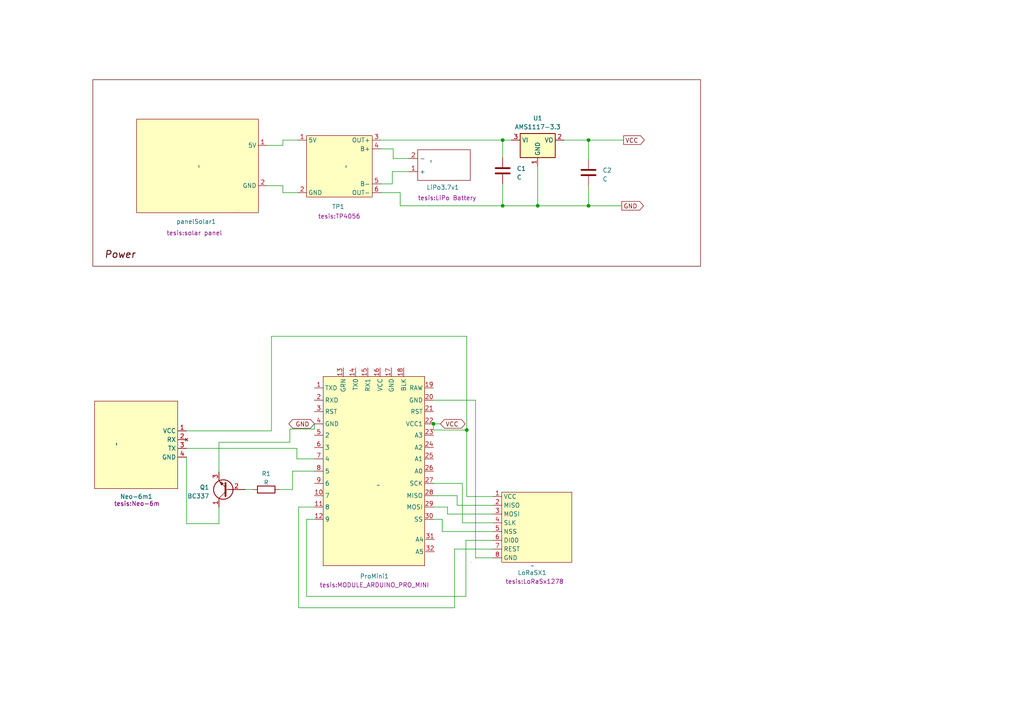
<source format=kicad_sch>
(kicad_sch (version 20230121) (generator eeschema)
  (paper "A4")
  (lib_symbols
    (symbol "Device:C" (pin_numbers hide) (pin_names (offset 0.254))
      (property "Reference" "C" (at 0.635 2.54 0))
      (property "Value" "C" (at 0.635 -2.54 0))
      (symbol "C_0_1"
        (polyline (pts (xy -2.032 -0.762) (xy 2.032 -0.762)) (stroke (width 0.508)))
        (polyline (pts (xy -2.032 0.762) (xy 2.032 0.762)) (stroke (width 0.508)))
      )
      (symbol "C_1_1"
        (pin passive line (at 0 3.81 270) (length 2.794) (name "~") (number "1"))
        (pin passive line (at 0 -3.81 90) (length 2.794) (name "~") (number "2"))
      )
    )
    (symbol "Device:R" (pin_numbers hide) (pin_names (offset 0))
      (property "Reference" "R" (at 2.032 0 90))
      (property "Value" "R" (at 0 0 90))
      (symbol "R_0_1"
        (rectangle (start -1.016 -2.54) (end 1.016 2.54) (stroke (width 0.254)))
      )
      (symbol "R_1_1"
        (pin passive line (at 0 3.81 270) (length 1.27) (name "~") (number "1"))
        (pin passive line (at 0 -3.81 90) (length 1.27) (name "~") (number "2"))
      )
    )
    (symbol "Regulator_Linear:AMS1117-3.3"
      (property "Reference" "U" (at -3.81 3.175 0))
      (property "Value" "AMS1117-3.3" (at 0 3.175 0))
      (symbol "AMS1117-3.3_0_1"
        (rectangle (start -5.08 -5.08) (end 5.08 1.905) (stroke (width 0.254)) (fill (type background)))
      )
      (symbol "AMS1117-3.3_1_1"
        (pin power_in line (at 0 -7.62 90) (length 2.54) (name "GND") (number "1"))
        (pin power_out line (at 7.62 0 180) (length 2.54) (name "VO") (number "2"))
        (pin power_in line (at -7.62 0 0) (length 2.54) (name "VI") (number "3"))
      )
    )
    (symbol "Transistor_BJT:BC337" (pin_names (offset 0) hide)
      (property "Reference" "Q" (at 5.08 1.905 0))
      (property "Value" "BC337" (at 5.08 0 0))
      (symbol "BC337_0_1"
        (polyline (pts (xy 0 0) (xy 0.635 0)))
        (polyline (pts (xy 0.635 0.635) (xy 2.54 2.54)))
        (polyline (pts (xy 0.635 -0.635) (xy 2.54 -2.54) (xy 2.54 -2.54)))
        (polyline (pts (xy 0.635 1.905) (xy 0.635 -1.905) (xy 0.635 -1.905)) (stroke (width 0.508)))
        (polyline (pts (xy 1.27 -1.778) (xy 1.778 -1.27) (xy 2.286 -2.286) (xy 1.27 -1.778) (xy 1.27 -1.778)) (fill (type outline)))
        (circle (center 1.27 0) (radius 2.8194) (stroke (width 0.254)))
      )
      (symbol "BC337_1_1"
        (pin passive line (at 2.54 5.08 270) (length 2.54) (name "C") (number "1"))
        (pin input line (at -5.08 0 0) (length 5.08) (name "B") (number "2"))
        (pin passive line (at 2.54 -5.08 90) (length 2.54) (name "E") (number "3"))
      )
    )
    (symbol "tesis:Arduino_Pro_Mini"
      (property "Reference" "ProMini1" (at -0.127 -31.496 0))
      (property "Value" "~" (at 1.016 -5.08 0))
      (property "Footprint" "tesis:MODULE_ARDUINO_PRO_MINI" (at -0.127 -34.036 0))
      (symbol "Arduino_Pro_Mini_1_1"
        (rectangle (start -14.986 26.416) (end 14.478 -28.448) (fill (type background)))
        (pin input line (at -17.526 23.114 0) (length 2.54) (name "TXD") (number "1"))
        (pin input line (at -17.526 -8.128 0) (length 2.54) (name "7") (number "10"))
        (pin input line (at -17.526 -11.43 0) (length 2.54) (name "8") (number "11"))
        (pin input line (at -17.526 -14.986 0) (length 2.54) (name "9") (number "12"))
        (pin input line (at -9.144 28.956 270) (length 2.54) (name "GRN") (number "13"))
        (pin input line (at -5.588 28.956 270) (length 2.54) (name "TX0") (number "14"))
        (pin input line (at -2.032 28.956 270) (length 2.54) (name "RX1") (number "15"))
        (pin input line (at 1.524 28.956 270) (length 2.54) (name "VCC") (number "16"))
        (pin input line (at 4.826 28.956 270) (length 2.54) (name "GND") (number "17"))
        (pin input line (at 8.382 28.956 270) (length 2.54) (name "BLK") (number "18"))
        (pin input line (at 17.018 23.114 180) (length 2.54) (name "RAW") (number "19"))
        (pin input line (at -17.526 19.558 0) (length 2.54) (name "RXD") (number "2"))
        (pin input line (at 17.018 19.558 180) (length 2.54) (name "GND") (number "20"))
        (pin input line (at 17.018 16.256 180) (length 2.54) (name "RST") (number "21"))
        (pin input line (at 17.018 12.7 180) (length 2.54) (name "VCC1") (number "22"))
        (pin input line (at 17.018 9.398 180) (length 2.54) (name "A3") (number "23"))
        (pin input line (at 17.018 5.842 180) (length 2.54) (name "A2") (number "24"))
        (pin input line (at 17.018 2.54 180) (length 2.54) (name "A1") (number "25"))
        (pin input line (at 17.018 -1.016 180) (length 2.54) (name "A0") (number "26"))
        (pin input line (at 17.018 -4.572 180) (length 2.54) (name "SCK") (number "27"))
        (pin input line (at 17.018 -8.128 180) (length 2.54) (name "MISO") (number "28"))
        (pin input line (at 17.018 -11.43 180) (length 2.54) (name "MOSI") (number "29"))
        (pin input line (at -17.526 16.256 0) (length 2.54) (name "RST") (number "3"))
        (pin input line (at 17.018 -14.986 180) (length 2.54) (name "SS") (number "30"))
        (pin input line (at 17.272 -20.828 180) (length 2.54) (name "A4") (number "31"))
        (pin input line (at 17.272 -24.384 180) (length 2.54) (name "A5") (number "32"))
        (pin input line (at -17.526 12.7 0) (length 2.54) (name "GND") (number "4"))
        (pin input line (at -17.526 9.398 0) (length 2.54) (name "2") (number "5"))
        (pin input line (at -17.526 5.842 0) (length 2.54) (name "3") (number "6"))
        (pin input line (at -17.526 2.54 0) (length 2.54) (name "4") (number "7"))
        (pin input line (at -17.526 -1.016 0) (length 2.54) (name "5") (number "8"))
        (pin input line (at -17.526 -4.572 0) (length 2.54) (name "6") (number "9"))
      )
    )
    (symbol "tesis:LiPo"
      (property "Reference" "LiPo3.7v1" (at -7.62 -6.604 90))
      (property "Value" "~" (at 1.016 3.048 0))
      (property "Footprint" "tesis:LiPo Battery" (at -7.62 -9.144 90))
      (symbol "LiPo_0_1"
        (rectangle (start -4.572 6.858) (end 4.318 -8.382))
      )
      (symbol "LiPo_1_1"
        (pin input line (at -2.032 9.398 270) (length 2.54) (name "+") (number "1"))
        (pin input line (at 1.778 9.398 270) (length 2.54) (name "-") (number "2"))
      )
    )
    (symbol "tesis:LoRa_SX1278"
      (property "Reference" "LoRaSX1" (at -3.048 -13.208 90))
      (property "Value" "~" (at 11.176 0 90))
      (property "Footprint" "tesis:LoRaSx1278" (at -6.858 -15.748 90))
      (symbol "LoRa_SX1278_0_1"
        (rectangle (start 1.27 15.24) (end 1.27 15.24))
        (rectangle (start 10.16 17.78) (end 10.16 17.78))
      )
      (symbol "LoRa_SX1278_1_1"
        (rectangle (start -10.16 8.89) (end 10.16 -11.43) (fill (type background)))
        (pin input line (at -8.89 11.43 270) (length 2.54) (name "VCC") (number "1"))
        (pin bidirectional line (at -6.35 11.43 270) (length 2.54) (name "MISO") (number "2"))
        (pin bidirectional line (at -3.81 11.43 270) (length 2.54) (name "MOSI") (number "3"))
        (pin bidirectional line (at -1.27 11.43 270) (length 2.54) (name "SLK") (number "4"))
        (pin bidirectional line (at 1.27 11.43 270) (length 2.54) (name "NSS") (number "5"))
        (pin bidirectional line (at 3.81 11.43 270) (length 2.54) (name "DI00") (number "6"))
        (pin bidirectional line (at 6.35 11.43 270) (length 2.54) (name "REST") (number "7"))
        (pin input line (at 8.89 11.43 270) (length 2.54) (name "GND") (number "8"))
      )
    )
    (symbol "tesis:Panel_Solar"
      (property "Reference" "panelSolar1" (at -0.381 14.732 90))
      (property "Value" "~" (at 0 0 0))
      (property "Footprint" "tesis:solar panel" (at 0 0 0))
      (symbol "Panel_Solar_0_1"
        (rectangle (start 12.954 11.43) (end 12.954 11.43))
      )
      (symbol "Panel_Solar_1_1"
        (rectangle (start -13.716 17.272) (end 13.462 -18.034) (fill (type background)))
        (pin output line (at -6.096 19.812 270) (length 2.54) (name "5V") (number "1"))
        (pin output line (at 5.588 19.812 270) (length 2.54) (name "GND") (number "2"))
      )
    )
    (symbol "tesis:neo-6m"
      (property "Reference" "Neo-6m1" (at 1.016 -16.002 90))
      (property "Value" "~" (at 0 0 0))
      (property "Footprint" "tesis:Neo-6m" (at -1.27 -18.288 90))
      (symbol "neo-6m_1_1"
        (rectangle (start -12.446 17.78) (end 12.954 -6.35) (fill (type background)))
        (pin input line (at -3.81 20.32 270) (length 2.54) (name "VCC") (number "1"))
        (pin no_connect line (at -1.27 20.32 270) (length 2.54) (name "RX") (number "2"))
        (pin output line (at 1.27 20.32 270) (length 2.54) (name "TX") (number "3"))
        (pin input line (at 3.81 20.32 270) (length 2.54) (name "GND") (number "4"))
      )
    )
    (symbol "tesis:tp4056"
      (property "Reference" "TP1" (at -3.81 -11.43 90))
      (property "Value" "~" (at 0 0 0))
      (property "Footprint" "tesis:TP4056" (at -7.366 -13.97 90))
      (symbol "tp4056_1_1"
        (rectangle (start -8.89 7.62) (end 8.89 -11.43) (fill (type background)))
        (pin input line (at -7.62 -13.97 90) (length 2.54) (name "5V") (number "1"))
        (pin input line (at 7.62 -13.97 90) (length 2.54) (name "GND") (number "2"))
        (pin input line (at -7.62 10.16 270) (length 2.54) (name "OUT+") (number "3"))
        (pin input line (at -5.08 10.16 270) (length 2.54) (name "B+") (number "4"))
        (pin input line (at 5.08 10.16 270) (length 2.54) (name "B-") (number "5"))
        (pin input line (at 7.62 10.16 270) (length 2.54) (name "OUT-") (number "6"))
      )
    )
  )
  (junction (at 145.796 59.69))
  (junction (at 145.796 40.64))
  (junction (at 170.688 59.69))
  (junction (at 125.73 122.936))
  (junction (at 135.382 124.714))
  (junction (at 155.956 59.69))
  (junction (at 170.688 40.64))
  (wire (pts (xy 125.73 150.622) (xy 128.27 150.622)))
  (wire (pts (xy 77.47 42.164) (xy 82.042 42.164)))
  (wire (pts (xy 116.078 59.69) (xy 145.796 59.69)))
  (wire (pts (xy 86.614 147.066) (xy 91.186 147.066)))
  (wire (pts (xy 143.002 144.018) (xy 135.382 144.018)))
  (wire (pts (xy 116.078 55.88) (xy 116.078 59.69)))
  (wire (pts (xy 135.382 144.018) (xy 135.382 124.714)))
  (wire (pts (xy 82.042 40.64) (xy 86.36 40.64)))
  (wire (pts (xy 170.688 59.69) (xy 180.34 59.69)))
  (wire (pts (xy 135.128 156.718) (xy 135.128 172.974)))
  (wire (pts (xy 145.796 53.34) (xy 145.796 59.69)))
  (wire (pts (xy 131.826 159.258) (xy 131.826 176.276)))
  (wire (pts (xy 170.688 53.848) (xy 170.688 59.69)))
  (wire (pts (xy 77.47 53.848) (xy 82.042 53.848)))
  (wire (pts (xy 135.128 172.974) (xy 88.9 172.974)))
  (wire (pts (xy 78.74 124.968) (xy 78.74 97.536)))
  (wire (pts (xy 128.27 154.178) (xy 143.002 154.178)))
  (wire (pts (xy 86.106 133.096) (xy 91.186 133.096)))
  (wire (pts (xy 134.112 140.208) (xy 125.73 140.208)))
  (wire (pts (xy 78.74 97.536) (xy 135.382 97.536)))
  (wire (pts (xy 113.792 53.34) (xy 113.792 49.784)))
  (wire (pts (xy 113.792 49.784) (xy 118.618 49.784)))
  (wire (pts (xy 54.102 124.968) (xy 78.74 124.968)))
  (wire (pts (xy 125.73 124.714) (xy 125.73 122.936)))
  (wire (pts (xy 91.186 124.46) (xy 91.186 122.936)))
  (wire (pts (xy 125.73 122.936) (xy 127.762 122.936)))
  (wire (pts (xy 110.49 53.34) (xy 113.792 53.34)))
  (wire (pts (xy 143.002 159.258) (xy 131.826 159.258)))
  (wire (pts (xy 110.49 40.64) (xy 145.796 40.64)))
  (wire (pts (xy 81.026 141.986) (xy 84.836 141.986)))
  (wire (pts (xy 155.956 48.26) (xy 155.956 59.69)))
  (wire (pts (xy 84.836 136.652) (xy 91.186 136.652)))
  (wire (pts (xy 128.27 150.622) (xy 128.27 154.178)))
  (wire (pts (xy 88.9 150.622) (xy 91.186 150.622)))
  (wire (pts (xy 155.956 59.69) (xy 170.688 59.69)))
  (wire (pts (xy 143.002 156.718) (xy 135.128 156.718)))
  (wire (pts (xy 145.796 40.64) (xy 148.336 40.64)))
  (wire (pts (xy 137.922 161.798) (xy 137.922 116.078)))
  (wire (pts (xy 163.576 40.64) (xy 170.688 40.64)))
  (wire (pts (xy 170.688 40.64) (xy 170.688 46.228)))
  (wire (pts (xy 84.074 124.46) (xy 91.186 124.46)))
  (wire (pts (xy 82.042 55.88) (xy 86.36 55.88)))
  (wire (pts (xy 143.002 161.798) (xy 137.922 161.798)))
  (wire (pts (xy 63.5 151.892) (xy 63.5 147.066)))
  (wire (pts (xy 143.002 146.558) (xy 132.588 146.558)))
  (wire (pts (xy 143.002 151.638) (xy 134.112 151.638)))
  (wire (pts (xy 54.102 130.048) (xy 86.106 130.048)))
  (wire (pts (xy 125.73 147.066) (xy 129.794 147.066)))
  (wire (pts (xy 129.794 149.098) (xy 143.002 149.098)))
  (wire (pts (xy 129.794 147.066) (xy 129.794 149.098)))
  (wire (pts (xy 135.382 97.536) (xy 135.382 124.714)))
  (wire (pts (xy 54.102 151.892) (xy 63.5 151.892)))
  (wire (pts (xy 110.49 55.88) (xy 116.078 55.88)))
  (wire (pts (xy 114.046 43.18) (xy 114.046 45.974)))
  (wire (pts (xy 88.9 172.974) (xy 88.9 150.622)))
  (wire (pts (xy 132.588 146.558) (xy 132.588 143.764)))
  (wire (pts (xy 114.046 45.974) (xy 118.618 45.974)))
  (wire (pts (xy 63.5 128.27) (xy 84.074 128.27)))
  (wire (pts (xy 71.12 141.986) (xy 73.406 141.986)))
  (wire (pts (xy 134.112 151.638) (xy 134.112 140.208)))
  (wire (pts (xy 84.074 128.27) (xy 84.074 124.46)))
  (wire (pts (xy 110.49 43.18) (xy 114.046 43.18)))
  (wire (pts (xy 170.688 40.64) (xy 180.848 40.64)))
  (wire (pts (xy 84.836 141.986) (xy 84.836 136.652)))
  (wire (pts (xy 135.382 124.714) (xy 125.73 124.714)))
  (wire (pts (xy 86.614 176.276) (xy 86.614 147.066)))
  (wire (pts (xy 137.922 116.078) (xy 125.73 116.078)))
  (wire (pts (xy 145.796 40.64) (xy 145.796 45.72)))
  (wire (pts (xy 86.106 130.048) (xy 86.106 133.096)))
  (wire (pts (xy 54.102 132.588) (xy 54.102 151.892)))
  (wire (pts (xy 132.588 143.764) (xy 125.73 143.764)))
  (wire (pts (xy 63.5 136.906) (xy 63.5 128.27)))
  (wire (pts (xy 131.826 176.276) (xy 86.614 176.276)))
  (wire (pts (xy 82.042 53.848) (xy 82.042 55.88)))
  (wire (pts (xy 145.796 59.69) (xy 155.956 59.69)))
  (wire (pts (xy 82.042 42.164) (xy 82.042 40.64)))
  (rectangle (start 26.924 23.114) (end 203.2 77.216) (stroke (width 0) (color 100 7 1 1)))
  (text "Power" (at 30.226 75.184 0) (effects (font (size 2 2) (thickness 0.254) bold italic) (justify left bottom)))
  (global_label "VCC" (shape bidirectional) (at 127.762 122.936 0) (property "Intersheetrefs" "${VCC}" (effects hide)))
  (global_label "VCC" (shape output) (at 180.848 40.64 0) (property "Intersheetrefs" "${VCC}" (effects hide)))
  (global_label "GND" (shape bidirectional) (at 91.186 122.936 180) (property "Intersheetrefs" "${GND}" (effects hide)))
  (global_label "GND" (shape output) (at 180.34 59.69 0) (property "Intersheetrefs" "${GND}" (effects hide)))
  (symbol (lib_id "tesis:tp4056") (at 100.33 48.26 270) (unit 1)
    (property "Reference" "TP1" (at 96.266 59.944 90) (effects (justify left)))
    (property "Value" "~" (at 100.33 48.26 0))
    (property "Footprint" "tesis:TP4056" (at 92.202 62.738 90) (effects (justify left)))
  )
  (symbol (lib_id "Device:R") (at 77.216 141.986 90) (unit 1)
    (property "Reference" "R1" (at 77.216 137.414 90))
    (property "Value" "R" (at 77.216 139.954 90))
    (property "Footprint" "Resistor_THT:R_Axial_DIN0411_L9.9mm_D3.6mm_P12.70mm_Horizontal" (effects hide))
  )
  (symbol (lib_id "Transistor_BJT:BC337") (at 66.04 141.986 180) (unit 1)
    (property "Reference" "Q1" (at 60.706 141.351 0) (effects (justify left)))
    (property "Value" "BC337" (at 60.706 143.891 0) (effects (justify left)))
    (property "Footprint" "Package_TO_SOT_THT:TO-92_Inline" (effects hide))
    (property "Datasheet" "https://diotec.com/tl_files/diotec/files/pdf/datasheets/bc337.pdf" (effects hide))
  )
  (symbol (lib_id "tesis:LiPo") (at 128.016 47.752 90) (unit 1)
    (property "Reference" "LiPo3.7v1" (at 123.698 54.356 90) (effects (justify right)))
    (property "Value" "~" (at 124.968 46.736 0))
    (property "Footprint" "tesis:LiPo Battery" (at 121.158 57.404 90) (effects (justify right)))
  )
  (symbol (lib_id "tesis:Panel_Solar") (at 57.658 48.26 270) (unit 1)
    (property "Reference" "panelSolar1" (at 56.896 64.262 90))
    (property "Value" "~" (at 57.658 48.26 0))
    (property "Footprint" "tesis:solar panel" (at 56.388 67.564 90))
  )
  (symbol (lib_id "tesis:LoRa_SX1278") (at 154.432 152.908 90) (mirror x) (unit 1)
    (property "Reference" "LoRaSX1" (at 150.114 166.116 90) (effects (justify right)))
    (property "Value" "~" (at 154.432 164.084 90))
    (property "Footprint" "tesis:LoRaSx1278" (at 146.558 168.656 90) (effects (justify right)))
  )
  (symbol (lib_id "Device:C") (at 145.796 49.53 0) (unit 1)
    (property "Reference" "C1" (at 149.86 48.895 0) (effects (justify left)))
    (property "Value" "C" (at 149.86 51.435 0) (effects (justify left)))
    (property "Footprint" "Capacitor_THT:CP_Radial_Tantal_D6.0mm_P2.50mm" (effects hide))
  )
  (symbol (lib_id "Regulator_Linear:AMS1117-3.3") (at 155.956 40.64 0) (unit 1)
    (property "Reference" "U1" (at 155.956 34.29 0))
    (property "Value" "AMS1117-3.3" (at 155.956 36.83 0))
    (property "Footprint" "Package_TO_SOT_THT:TO-92L_Inline" (effects hide))
    (property "Datasheet" "http://www.advanced-monolithic.com/pdf/ds1117.pdf" (effects hide))
  )
  (symbol (lib_id "tesis:neo-6m") (at 33.782 128.778 270) (unit 1)
    (property "Reference" "Neo-6m1" (at 34.798 144.018 90) (effects (justify left)))
    (property "Value" "~" (at 33.782 128.778 0))
    (property "Footprint" "tesis:Neo-6m" (at 33.02 146.05 90) (effects (justify left)))
  )
  (symbol (lib_id "tesis:Arduino_Pro_Mini") (at 108.712 135.636 0) (unit 1)
    (property "Reference" "ProMini1" (at 108.585 167.132 0))
    (property "Value" "~" (at 109.728 140.716 0))
    (property "Footprint" "tesis:MODULE_ARDUINO_PRO_MINI" (at 108.585 169.672 0))
  )
  (symbol (lib_id "Device:C") (at 170.688 50.038 0) (unit 1)
    (property "Reference" "C2" (at 174.752 49.403 0) (effects (justify left)))
    (property "Value" "C" (at 174.752 51.943 0) (effects (justify left)))
    (property "Footprint" "Capacitor_THT:CP_Radial_Tantal_D6.0mm_P2.50mm" (effects hide))
  )
)
</source>
